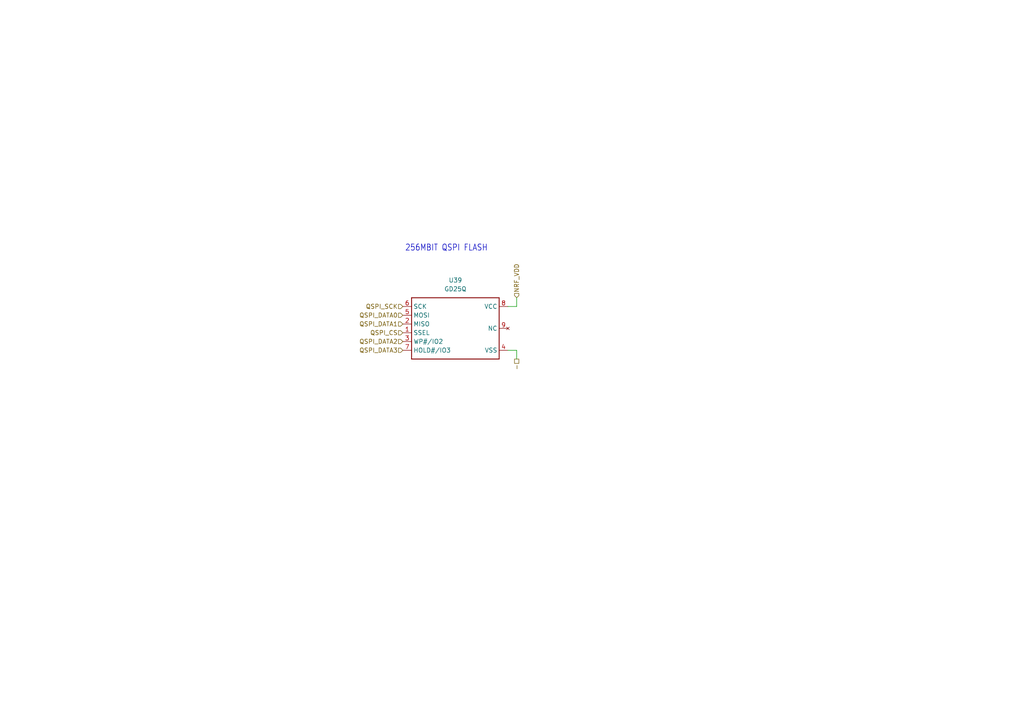
<source format=kicad_sch>
(kicad_sch (version 20230121) (generator eeschema)
  (paper "A4")
  (lib_symbols
    (symbol "Library:GD25Q"
      (property "Reference" "U" (at 0 0 0))
      (property "Value" "GD25Q" (at 0 0 0))
      (symbol "GD25Q_1_0"
        (polyline (pts (xy -12.7 -8.89) (xy -12.7 8.89)) (stroke (width 0.254)))
        (polyline (pts (xy -12.7 8.89) (xy 12.7 8.89)) (stroke (width 0.254)))
        (polyline (pts (xy 12.7 -8.89) (xy -12.7 -8.89)) (stroke (width 0.254)))
        (polyline (pts (xy 12.7 8.89) (xy 12.7 -8.89)) (stroke (width 0.254)))
        (pin bidirectional line (at -15.24 -1.27 0) (length 2.54) (name "SSEL") (number "1"))
        (pin bidirectional line (at -15.24 1.27 0) (length 2.54) (name "MISO") (number "2"))
        (pin bidirectional line (at -15.24 -3.81 0) (length 2.54) (name "WP#/IO2") (number "3"))
        (pin bidirectional line (at 15.24 -6.35 180) (length 2.54) (name "VSS") (number "4"))
        (pin bidirectional line (at -15.24 3.81 0) (length 2.54) (name "MOSI") (number "5"))
        (pin bidirectional line (at -15.24 6.35 0) (length 2.54) (name "SCK") (number "6"))
        (pin bidirectional line (at -15.24 -6.35 0) (length 2.54) (name "HOLD#/IO3") (number "7"))
        (pin bidirectional line (at 15.24 6.35 180) (length 2.54) (name "VCC") (number "8"))
      )
      (symbol "GD25Q_1_1"
        (pin no_connect line (at 15.24 0 180) (length 2.54) (name "NC") (number "9"))
      )
    )
  )
  (wire (pts (xy 149.86 101.6) (xy 149.86 104.14)))
  (wire (pts (xy 147.32 88.9) (xy 149.86 88.9)))
  (wire (pts (xy 149.86 88.9) (xy 149.86 86.36)))
  (wire (pts (xy 147.32 101.6) (xy 149.86 101.6)))
  (text "256MBIT QSPI FLASH" (at 117.475 73.025 0) (effects (font (size 1.778 1.5113)) (justify left bottom)))
  (hierarchical_label "QSPI_DATA2" (shape input) (at 116.84 99.06 180))
  (hierarchical_label "NRF_VDD" (shape input) (at 149.86 86.36 90))
  (hierarchical_label "-" (shape passive) (at 149.86 104.14 270))
  (hierarchical_label "QSPI_DATA0" (shape input) (at 116.84 91.44 180))
  (hierarchical_label "QSPI_CS" (shape input) (at 116.84 96.52 180))
  (hierarchical_label "QSPI_SCK" (shape input) (at 116.84 88.9 180))
  (hierarchical_label "QSPI_DATA1" (shape input) (at 116.84 93.98 180))
  (hierarchical_label "QSPI_DATA3" (shape input) (at 116.84 101.6 180))
  (symbol (lib_id "Library:GD25Q") (at 132.08 95.25 0) (unit 1)
    (property "Reference" "U39" (at 132.08 81.28 0))
    (property "Value" "GD25Q" (at 132.08 83.82 0))
    (property "Footprint" "Library:WSON8" (effects hide))
  )
)
</source>
